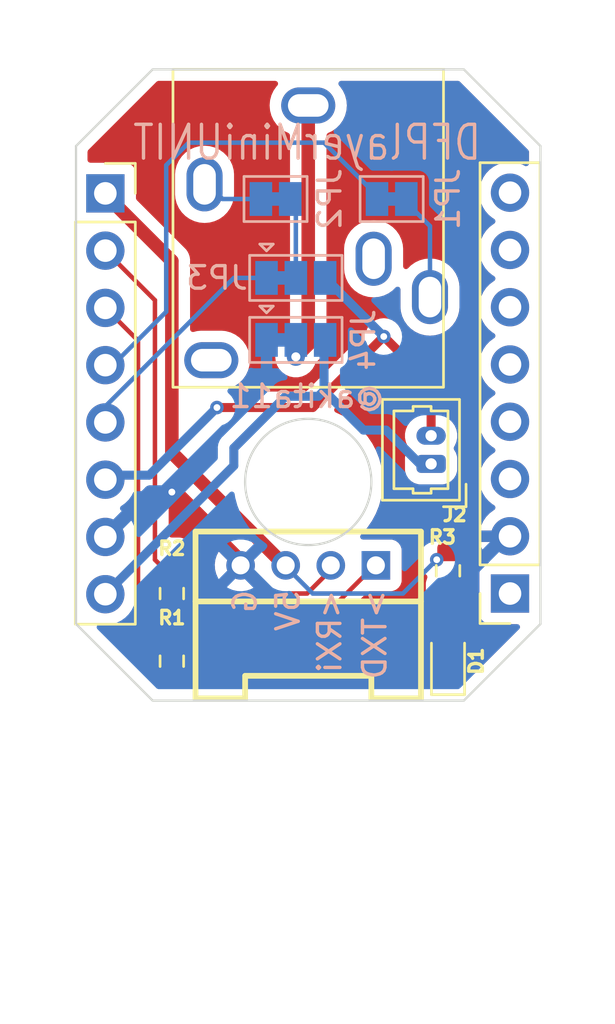
<source format=kicad_pcb>
(kicad_pcb (version 20211014) (generator pcbnew)
  (layers (0 "F.Cu" signal) (31 "B.Cu" signal) (34 "B.Paste" user) (35 "F.Paste" user) (36 "B.SilkS" user "B.Silkscreen") (37 "F.SilkS" user "F.Silkscreen") (38 "B.Mask" user) (39 "F.Mask" user) (44 "Edge.Cuts" user))
  (net 0 "")
  (net 1 "+5V")
  (net 2 "GND")
  (net 3 "Net-(CN1-Pad1)")
  (net 4 "Net-(CN1-Pad2)")
  (net 5 "/BUSY")
  (net 6 "/RX")
  (net 7 "/TX")
  (net 8 "/DACR")
  (net 9 "/DACL")
  (net 10 "/SPK-")
  (net 11 "/SPK+")
  (net 12 "Net-(J3-PadS)")
  (net 13 "Net-(JP2-Pad1)")
  (net 14 "Net-(J3-PadT)")
  (net 15 "Net-(D1-Pad2)")
  (net 24 "Net-(J3-PadG)")
  (footprint "akita:CON_GROVE_H" (layer "F.Cu") (at 10.3 22 180)
    (fp_text reference "CN1" hide)
    (fp_text value "CON_GROVE")
    (fp_line (start 2.8 -4.9) (end 2.8 -5.9) (layer "F.SilkS") (width 0.254))
    (fp_line (start -5 -5.9) (end -5 -1.6) (layer "F.SilkS") (width 0.254))
    (fp_line (start -2.8 -5.9) (end -2.8 -4.9) (layer "F.SilkS") (width 0.254))
    (fp_line (start -5 -1.6) (end 5 -1.6) (layer "F.SilkS") (width 0.254))
    (fp_line (start -5 -5.9) (end -2.8 -5.9) (layer "F.SilkS") (width 0.254))
    (fp_line (start 5 -1.6) (end 5 -5.9) (layer "F.SilkS") (width 0.254))
    (fp_line (start -5 1.5) (end 5 1.5) (layer "F.SilkS") (width 0.254))
    (fp_line (start -5 -1.6) (end -5 1.5) (layer "F.SilkS") (width 0.254))
    (fp_line (start -5 -1) (end -5 1) (layer "F.SilkS") (width 0.127))
    (fp_line (start 5 1.5) (end 5 -1.6) (layer "F.SilkS") (width 0.254))
    (fp_line (start -2.8 -4.9) (end 2.8 -4.9) (layer "F.SilkS") (width 0.254))
    (fp_line (start 2.8 -5.9) (end 5 -5.9) (layer "F.SilkS") (width 0.254))
    (pad "1" thru_hole rect (at -3 0 180) (size 1.27 1.27) (drill 0.8) (layers *.Cu *.Mask) (net 3 "Net-(CN1-Pad1)"))
    (pad "2" thru_hole circle (at -1 0 180) (size 1.27 1.27) (drill 0.8) (layers *.Cu *.Mask) (net 4 "Net-(CN1-Pad2)"))
    (pad "3" thru_hole circle (at 1 0 180) (size 1.27 1.27) (drill 0.8) (layers *.Cu *.Mask) (net 1 "+5V"))
    (pad "4" thru_hole circle (at 3 0 180) (size 1.27 1.27) (drill 0.8) (layers *.Cu *.Mask) (net 2 "GND"))
  )
  (footprint "Connector_PinSocket_2.54mm:PinSocket_1x08_P2.54mm_Vertical" (layer "F.Cu") (at 19.25 23.25 180)
    (fp_text reference "J4" hide)
    (fp_text value "Conn_01x08")
    (fp_line (start -1.33 1.27) (end 1.33 1.27) (layer "F.SilkS") (width 0.12))
    (fp_line (start 0 -1.33) (end 1.33 -1.33) (layer "F.SilkS") (width 0.12))
    (fp_line (start 1.33 1.27) (end 1.33 19.11) (layer "F.SilkS") (width 0.12))
    (fp_line (start -1.33 19.11) (end 1.33 19.11) (layer "F.SilkS") (width 0.12))
    (fp_line (start 1.33 -1.33) (end 1.33 0) (layer "F.SilkS") (width 0.12))
    (fp_line (start -1.33 1.27) (end -1.33 19.11) (layer "F.SilkS") (width 0.12))
    (pad "1" thru_hole rect locked (at 0 0 180) (size 1.7 1.7) (drill 1) (layers *.Cu *.Mask))
    (pad "2" thru_hole oval locked (at 0 2.54 180) (size 1.7 1.7) (drill 1) (layers *.Cu *.Mask) (net 2 "GND"))
    (pad "3" thru_hole oval locked (at 0 5.08 180) (size 1.7 1.7) (drill 1) (layers *.Cu *.Mask))
    (pad "4" thru_hole oval locked (at 0 7.62 180) (size 1.7 1.7) (drill 1) (layers *.Cu *.Mask))
    (pad "5" thru_hole oval locked (at 0 10.16 180) (size 1.7 1.7) (drill 1) (layers *.Cu *.Mask))
    (pad "6" thru_hole oval locked (at 0 12.7 180) (size 1.7 1.7) (drill 1) (layers *.Cu *.Mask))
    (pad "7" thru_hole oval locked (at 0 15.24 180) (size 1.7 1.7) (drill 1) (layers *.Cu *.Mask))
    (pad "8" thru_hole oval locked (at 0 17.78 180) (size 1.7 1.7) (drill 1) (layers *.Cu *.Mask) (net 5 "/BUSY"))
  )
  (footprint "LED_SMD:LED_0603_1608Metric" (layer "F.Cu") (at 16.5 26.25 90)
    (fp_text reference "D1" (at 0 1.25 270) (layer "F.SilkS") (effects (font (size 0.6 0.6))))
    (fp_text value "LED")
    (fp_line (start 0.8 -0.735) (end -1.485 -0.735) (layer "F.SilkS") (width 0.12))
    (fp_line (start -1.485 0.735) (end 0.8 0.735) (layer "F.SilkS") (width 0.12))
    (fp_line (start -1.485 -0.735) (end -1.485 0.735) (layer "F.SilkS") (width 0.12))
    (pad "1" smd roundrect locked (at -0.7875 0 90) (size 0.875 0.95) (layers "F.Cu" "F.Paste" "F.Mask") (net 2 "GND"))
    (pad "2" smd roundrect locked (at 0.7875 0 90) (size 0.875 0.95) (layers "F.Cu" "F.Paste" "F.Mask") (net 15 "Net-(D1-Pad2)"))
  )
  (footprint "Connector_PinSocket_2.54mm:PinSocket_1x08_P2.54mm_Vertical" (layer "F.Cu") (at 1.3 5.5)
    (fp_text reference "J1" hide)
    (fp_text value "Conn_01x08")
    (fp_line (start 1.33 1.27) (end 1.33 19.11) (layer "F.SilkS") (width 0.12))
    (fp_line (start -1.33 19.11) (end 1.33 19.11) (layer "F.SilkS") (width 0.12))
    (fp_line (start 1.33 -1.33) (end 1.33 0) (layer "F.SilkS") (width 0.12))
    (fp_line (start -1.33 1.27) (end 1.33 1.27) (layer "F.SilkS") (width 0.12))
    (fp_line (start 0 -1.33) (end 1.33 -1.33) (layer "F.SilkS") (width 0.12))
    (fp_line (start -1.33 1.27) (end -1.33 19.11) (layer "F.SilkS") (width 0.12))
    (pad "1" thru_hole rect locked (at 0 0) (size 1.7 1.7) (drill 1) (layers *.Cu *.Mask) (net 1 "+5V"))
    (pad "2" thru_hole oval locked (at 0 2.54) (size 1.7 1.7) (drill 1) (layers *.Cu *.Mask) (net 6 "/RX"))
    (pad "3" thru_hole oval locked (at 0 5.08) (size 1.7 1.7) (drill 1) (layers *.Cu *.Mask) (net 7 "/TX"))
    (pad "4" thru_hole oval locked (at 0 7.62) (size 1.7 1.7) (drill 1) (layers *.Cu *.Mask) (net 8 "/DACR"))
    (pad "5" thru_hole oval locked (at 0 10.16) (size 1.7 1.7) (drill 1) (layers *.Cu *.Mask) (net 9 "/DACL"))
    (pad "6" thru_hole oval locked (at 0 12.7) (size 1.7 1.7) (drill 1) (layers *.Cu *.Mask) (net 11 "/SPK+"))
    (pad "7" thru_hole oval locked (at 0 15.24) (size 1.7 1.7) (drill 1) (layers *.Cu *.Mask) (net 2 "GND"))
    (pad "8" thru_hole oval locked (at 0 17.78) (size 1.7 1.7) (drill 1) (layers *.Cu *.Mask) (net 10 "/SPK-"))
  )
  (footprint "Resistor_SMD:R_0603_1608Metric" (layer "F.Cu") (at 4.25 23.25 90)
    (fp_text reference "R2" (at 2 0) (layer "F.SilkS") (effects (font (size 0.6 0.6))))
    (fp_text value "1k")
    (fp_line (start -0.237258 -0.5225) (end 0.237258 -0.5225) (layer "F.SilkS") (width 0.12))
    (fp_line (start -0.237258 0.5225) (end 0.237258 0.5225) (layer "F.SilkS") (width 0.12))
    (pad "1" smd roundrect locked (at -0.825 0 90) (size 0.8 0.95) (layers "F.Cu" "F.Paste" "F.Mask") (net 4 "Net-(CN1-Pad2)"))
    (pad "2" smd roundrect locked (at 0.825 0 90) (size 0.8 0.95) (layers "F.Cu" "F.Paste" "F.Mask") (net 6 "/RX"))
  )
  (footprint "Connector_Molex:Molex_PicoBlade_53047-0210_1x02_P1.25mm_Vertical" (layer "F.Cu") (at 15.75 17.5 90)
    (fp_text reference "J2" (at -2.25 1.05 180) (layer "F.SilkS") (effects (font (size 0.6 0.6))))
    (fp_text value "Conn_01x02")
    (fp_line (start 2.55 0) (end 2.55 -0.8) (layer "F.SilkS") (width 0.12))
    (fp_line (start 2.35 0) (end 2.55 0) (layer "F.SilkS") (width 0.12))
    (fp_line (start -1.1 0) (end -1.3 0) (layer "F.SilkS") (width 0.12))
    (fp_line (start 2.55 -0.8) (end 2.35 -0.8) (layer "F.SilkS") (width 0.12))
    (fp_line (start 0.625 0.75) (end 2.35 0.75) (layer "F.SilkS") (width 0.12))
    (fp_line (start -1.3 -0.8) (end -1.1 -0.8) (layer "F.SilkS") (width 0.12))
    (fp_line (start 0.625 0.75) (end -1.1 0.75) (layer "F.SilkS") (width 0.12))
    (fp_line (start 2.35 -1.65) (end 0.625 -1.65) (layer "F.SilkS") (width 0.12))
    (fp_line (start -1.1 -0.8) (end -1.1 -1.65) (layer "F.SilkS") (width 0.12))
    (fp_line (start 2.35 -0.8) (end 2.35 -1.65) (layer "F.SilkS") (width 0.12))
    (fp_line (start -1.9 1.55) (end -1.9 0.55) (layer "F.SilkS") (width 0.12))
    (fp_line (start -1.61 -2.16) (end -1.61 1.26) (layer "F.SilkS") (width 0.12))
    (fp_line (start 2.86 -2.16) (end -1.61 -2.16) (layer "F.SilkS") (width 0.12))
    (fp_line (start -1.61 1.26) (end 2.86 1.26) (layer "F.SilkS") (width 0.12))
    (fp_line (start 2.86 1.26) (end 2.86 -2.16) (layer "F.SilkS") (width 0.12))
    (fp_line (start 2.35 0.75) (end 2.35 0) (layer "F.SilkS") (width 0.12))
    (fp_line (start -1.1 0.75) (end -1.1 0) (layer "F.SilkS") (width 0.12))
    (fp_line (start -1.3 0) (end -1.3 -0.8) (layer "F.SilkS") (width 0.12))
    (fp_line (start -1.9 1.55) (end -0.9 1.55) (layer "F.SilkS") (width 0.12))
    (fp_line (start -1.1 -1.65) (end 0.625 -1.65) (layer "F.SilkS") (width 0.12))
    (pad "1" thru_hole roundrect locked (at 0 0 90) (size 0.8 1.3) (drill 0.5) (layers *.Cu *.Mask) (net 10 "/SPK-"))
    (pad "2" thru_hole oval locked (at 1.25 0 90) (size 0.8 1.3) (drill 0.5) (layers *.Cu *.Mask) (net 11 "/SPK+"))
  )
  (footprint "akita:CON_AJ-1780" (layer "F.Cu") (at 10.3 7 -90)
    (fp_text reference "J3" hide)
    (fp_text value "AudioJack2_Ground_Switch")
    (fp_rect (start -7 -6) (end 7.1 6) (layer "F.SilkS") (width 0.12) (fill none))
    (pad "G" thru_hole oval (at -5.4 0) (size 2.4 1.6) (drill oval 1.8 1) (layers *.Cu *.Mask) (net 24 "Net-(J3-PadG)"))
    (pad "S" thru_hole oval (at 3.1 -5.4 270) (size 2.4 1.6) (drill oval 1.8 1) (layers *.Cu *.Mask) (net 12 "Net-(J3-PadS)"))
    (pad "SN" thru_hole oval (at 1.4 -2.9 270) (size 2.4 1.6) (drill oval 1.8 1) (layers *.Cu *.Mask))
    (pad "T" thru_hole oval (at -1.9 4.6 270) (size 2.4 1.6) (drill oval 1.8 1) (layers *.Cu *.Mask) (net 14 "Net-(J3-PadT)"))
    (pad "TN" thru_hole oval (at 5.9 4.3 180) (size 2.4 1.6) (drill oval 1.8 1) (layers *.Cu *.Mask))
  )
  (footprint "Resistor_SMD:R_0603_1608Metric" (layer "F.Cu") (at 16.5 22.24 -90)
    (fp_text reference "R3" (at -1.49 0.25 180) (layer "F.SilkS") (effects (font (size 0.6 0.6))))
    (fp_text value "1k")
    (fp_line (start -0.237258 0.5225) (end 0.237258 0.5225) (layer "F.SilkS") (width 0.12))
    (fp_line (start -0.237258 -0.5225) (end 0.237258 -0.5225) (layer "F.SilkS") (width 0.12))
    (pad "1" smd roundrect locked (at -0.825 0 270) (size 0.8 0.95) (layers "F.Cu" "F.Paste" "F.Mask") (net 1 "+5V"))
    (pad "2" smd roundrect locked (at 0.825 0 270) (size 0.8 0.95) (layers "F.Cu" "F.Paste" "F.Mask") (net 15 "Net-(D1-Pad2)"))
  )
  (footprint "Resistor_SMD:R_0603_1608Metric" (layer "F.Cu") (at 4.25 26.25 90)
    (fp_text reference "R1" (at 1.925 0) (layer "F.SilkS") (effects (font (size 0.6 0.6))))
    (fp_text value "1k")
    (fp_line (start -0.237258 -0.5225) (end 0.237258 -0.5225) (layer "F.SilkS") (width 0.12))
    (fp_line (start -0.237258 0.5225) (end 0.237258 0.5225) (layer "F.SilkS") (width 0.12))
    (pad "1" smd roundrect locked (at -0.825 0 90) (size 0.8 0.95) (layers "F.Cu" "F.Paste" "F.Mask") (net 3 "Net-(CN1-Pad1)"))
    (pad "2" smd roundrect locked (at 0.825 0 90) (size 0.8 0.95) (layers "F.Cu" "F.Paste" "F.Mask") (net 7 "/TX"))
  )
  (footprint "Jumper:SolderJumper-2_P1.3mm_Bridged_Pad1.0x1.5mm" (layer "B.Cu") (at 14 5.75)
    (fp_text reference "JP1" (at 2.5 0 90) (layer "B.SilkS") (effects (justify mirror)))
    (fp_text value "Jumper_2_Bridged")
    (fp_poly (pts (xy -0.25 0.3) (xy 0.25 0.3) (xy 0.25 -0.3) (xy -0.25 -0.3)) (layer "B.Cu") (width 0) (fill solid))
    (fp_line (start -1.4 -1) (end -1.4 1) (layer "B.SilkS") (width 0.12))
    (fp_line (start 1.4 -1) (end -1.4 -1) (layer "B.SilkS") (width 0.12))
    (fp_line (start 1.4 1) (end 1.4 -1) (layer "B.SilkS") (width 0.12))
    (fp_line (start -1.4 1) (end 1.4 1) (layer "B.SilkS") (width 0.12))
    (pad "1" smd rect locked (at -0.65 0) (size 1 1.5) (layers "B.Cu" "B.Mask") (net 8 "/DACR"))
    (pad "2" smd rect locked (at 0.65 0) (size 1 1.5) (layers "B.Cu" "B.Mask") (net 12 "Net-(J3-PadS)"))
  )
  (footprint "Jumper:SolderJumper-3_P1.3mm_Bridged12_Pad1.0x1.5mm" (layer "B.Cu") (at 9.75 12)
    (fp_text reference "JP4" (at 3 0 90) (layer "B.SilkS") (effects (justify mirror)))
    (fp_text value "SolderJumper_3_Bridged12")
    (fp_poly (pts (xy -0.9 0.3) (xy -0.4 0.3) (xy -0.4 -0.3) (xy -0.9 -0.3)) (layer "B.Cu") (width 0) (fill solid))
    (fp_line (start -2.05 1) (end 2.05 1) (layer "B.SilkS") (width 0.12))
    (fp_line (start -2.05 -1) (end -2.05 1) (layer "B.SilkS") (width 0.12))
    (fp_line (start -1.3 -1.2) (end -1.6 -1.5) (layer "B.SilkS") (width 0.12))
    (fp_line (start -1.6 -1.5) (end -1 -1.5) (layer "B.SilkS") (width 0.12))
    (fp_line (start 2.05 1) (end 2.05 -1) (layer "B.SilkS") (width 0.12))
    (fp_line (start 2.05 -1) (end -2.05 -1) (layer "B.SilkS") (width 0.12))
    (fp_line (start -1.3 -1.2) (end -1 -1.5) (layer "B.SilkS") (width 0.12))
    (pad "1" smd rect locked (at -1.3 0) (size 1 1.5) (layers "B.Cu" "B.Mask") (net 2 "GND"))
    (pad "2" smd rect locked (at 0 0) (size 1 1.5) (layers "B.Cu" "B.Mask") (net 24 "Net-(J3-PadG)"))
    (pad "3" smd rect locked (at 1.3 0) (size 1 1.5) (layers "B.Cu" "B.Mask") (net 10 "/SPK-"))
  )
  (footprint "Jumper:SolderJumper-2_P1.3mm_Bridged_Pad1.0x1.5mm" (layer "B.Cu") (at 8.85 5.75 180)
    (fp_text reference "JP2" (at -2.4 0 90) (layer "B.SilkS") (effects (justify mirror)))
    (fp_text value "Jumper_2_Bridged")
    (fp_poly (pts (xy -0.25 0.3) (xy 0.25 0.3) (xy 0.25 -0.3) (xy -0.25 -0.3)) (layer "B.Cu") (width 0) (fill solid))
    (fp_line (start 1.4 1) (end 1.4 -1) (layer "B.SilkS") (width 0.12))
    (fp_line (start -1.4 -1) (end -1.4 1) (layer "B.SilkS") (width 0.12))
    (fp_line (start 1.4 -1) (end -1.4 -1) (layer "B.SilkS") (width 0.12))
    (fp_line (start -1.4 1) (end 1.4 1) (layer "B.SilkS") (width 0.12))
    (pad "1" smd rect locked (at -0.65 0 180) (size 1 1.5) (layers "B.Cu" "B.Mask") (net 13 "Net-(JP2-Pad1)"))
    (pad "2" smd rect locked (at 0.65 0 180) (size 1 1.5) (layers "B.Cu" "B.Mask") (net 14 "Net-(J3-PadT)"))
  )
  (footprint "Jumper:SolderJumper-3_P1.3mm_Bridged12_Pad1.0x1.5mm" (layer "B.Cu") (at 9.75 9.25)
    (fp_text reference "JP3" (at -3.5 0 180) (layer "B.SilkS") (effects (justify mirror)))
    (fp_text value "SolderJumper_3_Bridged12")
    (fp_poly (pts (xy -0.9 0.3) (xy -0.4 0.3) (xy -0.4 -0.3) (xy -0.9 -0.3)) (layer "B.Cu") (width 0) (fill solid))
    (fp_line (start -2.05 -1) (end -2.05 1) (layer "B.SilkS") (width 0.12))
    (fp_line (start 2.05 -1) (end -2.05 -1) (layer "B.SilkS") (width 0.12))
    (fp_line (start -2.05 1) (end 2.05 1) (layer "B.SilkS") (width 0.12))
    (fp_line (start -1.3 -1.2) (end -1.6 -1.5) (layer "B.SilkS") (width 0.12))
    (fp_line (start 2.05 1) (end 2.05 -1) (layer "B.SilkS") (width 0.12))
    (fp_line (start -1.3 -1.2) (end -1 -1.5) (layer "B.SilkS") (width 0.12))
    (fp_line (start -1.6 -1.5) (end -1 -1.5) (layer "B.SilkS") (width 0.12))
    (pad "1" smd rect locked (at -1.3 0) (size 1 1.5) (layers "B.Cu" "B.Mask") (net 9 "/DACL"))
    (pad "2" smd rect locked (at 0 0) (size 1 1.5) (layers "B.Cu" "B.Mask") (net 13 "Net-(JP2-Pad1)"))
    (pad "3" smd rect locked (at 1.3 0) (size 1 1.5) (layers "B.Cu" "B.Mask") (net 11 "/SPK+"))
  )
  (gr_line (start 0 24.6) (end 0 3.4) (layer "Edge.Cuts") (width 0.1))
  (gr_line (start 20.6 3.4) (end 20.6 24.6) (layer "Edge.Cuts") (width 0.1))
  (gr_line (start 3.4 0) (end 17.2 0) (layer "Edge.Cuts") (width 0.1))
  (gr_line (start 0 3.4) (end 3.4 0) (layer "Edge.Cuts") (width 0.1))
  (gr_line (start 0 24.6) (end 3.4 28) (layer "Edge.Cuts") (width 0.1))
  (gr_line (start 3.4 28) (end 17.2 28) (layer "Edge.Cuts") (width 0.1))
  (gr_line (start 20.6 3.4) (end 17.2 0) (layer "Edge.Cuts") (width 0.1))
  (gr_circle (center 10.3 18.3) (end 13.1 18.3) (layer "Edge.Cuts") (width 0.1) (fill none))
  (gr_line (start 17.2 28) (end 20.6 24.6) (layer "Edge.Cuts") (width 0.1))
  (gr_text "5V" (at 9.4 23 90) (layer "B.SilkS") (effects (font (size 1 1)) (justify left mirror)))
  (gr_text "G" (at 7.5 23 90) (layer "B.SilkS") (effects (font (size 1 1)) (justify left mirror)))
  (gr_text "<RXi" (at 11.25 23 90) (layer "B.SilkS") (effects (font (size 1 1)) (justify left mirror)))
  (gr_text "DFPlayerMiniUNIT\n" (at 10.25 3.25) (layer "B.SilkS") (effects (font (size 1.5 1.2)) (justify mirror)))
  (gr_text "@akita11" (at 10.25 14.5) (layer "B.SilkS") (effects (font (size 1 1)) (justify mirror)))
  (gr_text ">TXD\n" (at 13.25 23 90) (layer "B.SilkS") (effects (font (size 1 1)) (justify left mirror)))
  (segment (start 4.25 8.5) (end 4.25 17) (width 0.6) (layer "F.Cu") (net 1))
  (segment (start 16.335 21.415) (end 16 21.75) (width 0.2) (layer "F.Cu") (net 1))
  (segment (start 4.25 17) (end 9.25 22) (width 0.6) (layer "F.Cu") (net 1))
  (segment (start 16.5 21.415) (end 16.335 21.415) (width 0.2) (layer "F.Cu") (net 1))
  (segment (start 1.25 5.5) (end 4.25 8.5) (width 0.6) (layer "F.Cu") (net 1))
  (via (at 16 21.75) (size 0.6) (drill 0.3) (layers "F.Cu" "B.Cu") (net 1))
  (segment (start 10.5 23.25) (end 9.25 22) (width 0.2) (layer "B.Cu") (net 1))
  (segment (start 16 21.75) (end 14.5 23.25) (width 0.2) (layer "B.Cu") (net 1))
  (segment (start 14.5 23.25) (end 10.5 23.25) (width 0.2) (layer "B.Cu") (net 1))
  (segment (start 4.25 18.75) (end 7.5 22) (width 0.6) (layer "F.Cu") (net 2))
  (segment (start 17.75 22.25) (end 19.25 20.75) (width 0.2) (layer "F.Cu") (net 2))
  (segment (start 16.5 27.0375) (end 17.75 25.7875) (width 0.2) (layer "F.Cu") (net 2))
  (segment (start 17.75 25.7875) (end 17.75 22.25) (width 0.2) (layer "F.Cu") (net 2))
  (via (at 4.25 18.75) (size 0.6) (drill 0.3) (layers "F.Cu" "B.Cu") (net 2))
  (via (at 4.25 18.75) (size 0.6) (drill 0.3) (layers "F.Cu" "B.Cu") (net 2))
  (segment (start 1.3 20.74) (end 3.29 18.75) (width 0.6) (layer "B.Cu") (net 2))
  (segment (start 15.75 24) (end 19 20.75) (width 0.6) (layer "B.Cu") (net 2))
  (segment (start 3.29 18.75) (end 4.25 18.75) (width 0.6) (layer "B.Cu") (net 2))
  (segment (start 7.3 22) (end 9.3 24) (width 0.6) (layer "B.Cu") (net 2))
  (segment (start 9.3 24) (end 15.75 24) (width 0.6) (layer "B.Cu") (net 2))
  (segment (start 8.175 27.075) (end 13.25 22) (width 0.2) (layer "F.Cu") (net 3))
  (segment (start 4.25 27.075) (end 8.175 27.075) (width 0.2) (layer "F.Cu") (net 3))
  (segment (start 11.25 22.25) (end 11.25 22) (width 0.2) (layer "F.Cu") (net 4))
  (segment (start 10.25 23.25) (end 11.25 22.25) (width 0.2) (layer "F.Cu") (net 4))
  (segment (start 5 23.25) (end 10.25 23.25) (width 0.2) (layer "F.Cu") (net 4))
  (segment (start 4.25 24) (end 5 23.25) (width 0.2) (layer "F.Cu") (net 4))
  (segment (start 3.5 10.24) (end 3.5 21.75) (width 0.2) (layer "F.Cu") (net 6))
  (segment (start 3.5 21.75) (end 4.25 22.5) (width 0.2) (layer "F.Cu") (net 6))
  (segment (start 1.3 8.04) (end 3.5 10.24) (width 0.2) (layer "F.Cu") (net 6))
  (segment (start 2.75 24) (end 4.25 25.5) (width 0.2) (layer "F.Cu") (net 7))
  (segment (start 2.75 12.03) (end 2.75 24) (width 0.2) (layer "F.Cu") (net 7))
  (segment (start 1.3 10.58) (end 2.75 12.03) (width 0.2) (layer "F.Cu") (net 7))
  (segment (start 13.35 5.6) (end 11 3.25) (width 0.2) (layer "B.Cu") (net 8))
  (segment (start 11 3.25) (end 5 3.25) (width 0.2) (layer "B.Cu") (net 8))
  (segment (start 5 3.25) (end 4 4.25) (width 0.2) (layer "B.Cu") (net 8))
  (segment (start 13.35 5.75) (end 13.35 5.6) (width 0.2) (layer "B.Cu") (net 8))
  (segment (start 4 4.25) (end 4 10.75) (width 0.2) (layer "B.Cu") (net 8))
  (segment (start 4 10.75) (end 1.5 13.25) (width 0.2) (layer "B.Cu") (net 8))
  (segment (start 1.3 14.95) (end 7 9.25) (width 0.2) (layer "B.Cu") (net 9))
  (segment (start 7 9.25) (end 8.5 9.25) (width 0.2) (layer "B.Cu") (net 9))
  (segment (start 1.3 15.66) (end 1.3 14.95) (width 0.2) (layer "B.Cu") (net 9))
  (segment (start 11 14.25) (end 11 12.25) (width 0.4) (layer "B.Cu") (net 10))
  (segment (start 9.299022 14.5) (end 10.75 14.5) (width 0.4) (layer "B.Cu") (net 10))
  (segment (start 7 16.799022) (end 9.299022 14.5) (width 0.4) (layer "B.Cu") (net 10))
  (segment (start 13.75 16) (end 12.75 16) (width 0.4) (layer "B.Cu") (net 10))
  (segment (start 11 14.25) (end 11 12.58) (width 0.4) (layer "B.Cu") (net 10))
  (segment (start 1.3 23.28) (end 7 17.58) (width 0.4) (layer "B.Cu") (net 10))
  (segment (start 7 17.58) (end 7 16.799022) (width 0.4) (layer "B.Cu") (net 10))
  (segment (start 10.75 14.5) (end 11 14.25) (width 0.4) (layer "B.Cu") (net 10))
  (segment (start 15.25 17.5) (end 13.75 16) (width 0.4) (layer "B.Cu") (net 10))
  (segment (start 15.75 17.5) (end 15.25 17.5) (width 0.4) (layer "B.Cu") (net 10))
  (segment (start 12.75 16) (end 11 14.25) (width 0.4) (layer "B.Cu") (net 10))
  (segment (start 15.75 16.25) (end 15.75 13.95) (width 0.4) (layer "F.Cu") (net 11))
  (segment (start 6.25 15) (end 10.5 15) (width 0.4) (layer "F.Cu") (net 11))
  (segment (start 15.75 13.95) (end 13.65 11.85) (width 0.4) (layer "F.Cu") (net 11))
  (segment (start 10.5 15) (end 13.65 11.85) (width 0.4) (layer "F.Cu") (net 11))
  (via (at 6.25 15) (size 0.6) (drill 0.3) (layers "F.Cu" "B.Cu") (net 11))
  (via (at 13.65 11.85) (size 0.6) (drill 0.3) (layers "F.Cu" "B.Cu") (net 11))
  (segment (start 1.25 18) (end 3.25 18) (width 0.4) (layer "B.Cu") (net 11))
  (segment (start 13.65 11.85) (end 13.8 12) (width 0.2) (layer "B.Cu") (net 11))
  (segment (start 11.05 9.25) (end 13.65 11.85) (width 0.4) (layer "B.Cu") (net 11))
  (segment (start 3.25 18) (end 6.25 15) (width 0.4) (layer "B.Cu") (net 11))
  (segment (start 15.7 10.1) (end 15.7 6.95) (width 0.2) (layer "B.Cu") (net 12))
  (segment (start 15.7 6.95) (end 14.75 6) (width 0.2) (layer "B.Cu") (net 12))
  (segment (start 9.75 6) (end 9.5 5.75) (width 0.2) (layer "B.Cu") (net 13))
  (segment (start 9.75 9.25) (end 9.75 6) (width 0.2) (layer "B.Cu") (net 13))
  (segment (start 8.2 5.75) (end 6.5 5.75) (width 0.2) (layer "B.Cu") (net 14))
  (segment (start 6.5 5.75) (end 5.75 5) (width 0.2) (layer "B.Cu") (net 14))
  (segment (start 16.5 25.4625) (end 16.5 23) (width 0.2) (layer "F.Cu") (net 15))
  (segment (start 10.3 12.2) (end 9.75 12.75) (width 0.6) (layer "F.Cu") (net 24))
  (segment (start 10.3 1.6) (end 10.3 12.2) (width 0.6) (layer "F.Cu") (net 24))
  (via (at 9.75 12.75) (size 0.8) (drill 0.4) (layers "F.Cu" "B.Cu") (net 24))
  (zone (net 2) (net_name "GND") (layers F&B.Cu) (connect_pads (clearance 0.508)) (min_thickness 0.254) (fill yes (thermal_gap 0.508) (thermal_bridge_width 0.508))
    (polygon (pts (xy 21 28.25) (xy 0 28.25) (xy 0 0) (xy 21.25 0)))
  )
)
</source>
